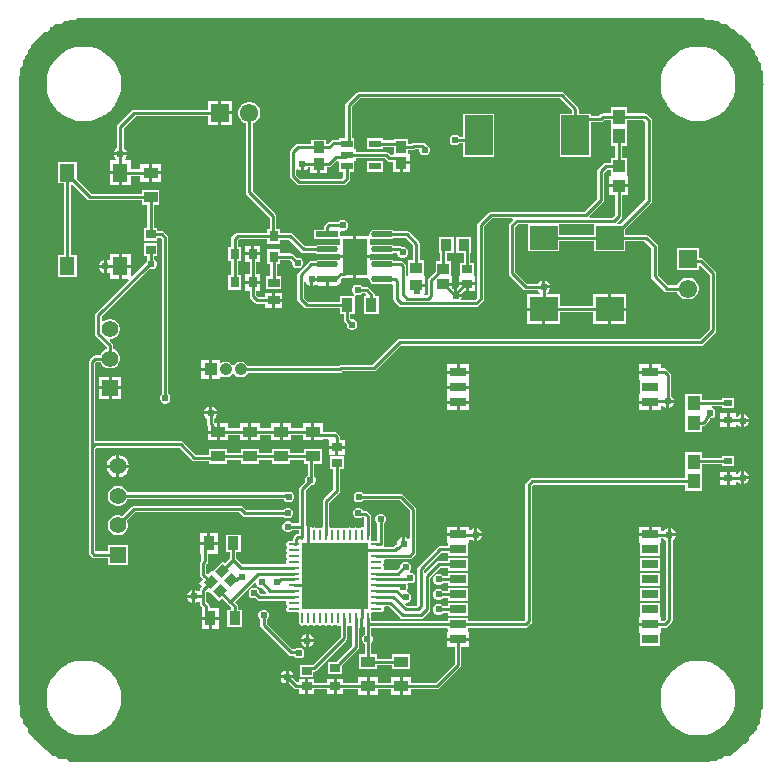
<source format=gtl>
%FSTAX23Y23*%
%MOIN*%
%SFA1B1*%

%IPPOS*%
%AMD22*
4,1,4,-0.001400,-0.023600,0.023600,0.001400,0.001400,0.023600,-0.023600,-0.001400,-0.001400,-0.023600,0.0*
%
%AMD29*
4,1,8,0.026200,0.010700,-0.026200,0.010700,-0.036900,0.000000,-0.036900,0.000000,-0.026200,-0.010700,0.026200,-0.010700,0.036900,0.000000,0.036900,0.000000,0.026200,0.010700,0.0*
1,1,0.021346,0.026200,0.000000*
1,1,0.021346,-0.026200,0.000000*
1,1,0.021346,-0.026200,0.000000*
1,1,0.021346,0.026200,0.000000*
%
%ADD13C,0.010000*%
%ADD16R,0.051181X0.061024*%
%ADD17R,0.043551X0.049405*%
%ADD18R,0.039370X0.023622*%
%ADD19O,0.039370X0.009843*%
%ADD20O,0.009843X0.039370*%
%ADD21R,0.220472X0.220472*%
G04~CAMADD=22~9~0.0~0.0~354.3~315.0~0.0~0.0~0~0.0~0.0~0.0~0.0~0~0.0~0.0~0.0~0.0~0~0.0~0.0~0.0~225.0~472.0~471.0*
%ADD22D22*%
%ADD23R,0.033465X0.029527*%
%ADD24R,0.047488X0.037646*%
%ADD25R,0.037646X0.047488*%
%ADD26R,0.035433X0.029527*%
%ADD27R,0.055118X0.031496*%
%ADD28R,0.073783X0.021342*%
G04~CAMADD=29~8~0.0~0.0~737.8~213.4~106.7~0.0~15~0.0~0.0~0.0~0.0~0~0.0~0.0~0.0~0.0~0~0.0~0.0~0.0~0.0~737.8~213.4*
%ADD29D29*%
%ADD30R,0.041815X0.044685*%
%ADD31R,0.039370X0.029527*%
%ADD32R,0.035433X0.041339*%
%ADD33R,0.031496X0.035433*%
%ADD34R,0.094488X0.133858*%
%ADD35R,0.031496X0.023622*%
%ADD36R,0.035909X0.041646*%
%ADD37R,0.039370X0.035433*%
%ADD38R,0.041339X0.037401*%
%ADD39R,0.091732X0.078346*%
%ADD40R,0.029527X0.035433*%
%ADD47R,0.079724X0.122047*%
%ADD53R,0.055118X0.055118*%
%ADD54C,0.055118*%
%ADD57R,0.061024X0.061024*%
%ADD58C,0.061024*%
%ADD59R,0.061024X0.061024*%
%ADD62C,0.041339*%
%ADD63R,0.041339X0.041339*%
%ADD64C,0.024016*%
%ADD65C,0.019685*%
%LNswimmingpool-1*%
%LPD*%
G36*
X0512Y03295D02*
X05145D01*
X0515Y0329*
X05165*
X05175Y0328*
X0519*
X05205Y03265*
X05215*
X05235Y03245*
X0524*
X0527Y03215*
Y03205*
X05285Y0319*
Y0318*
X05295Y0317*
Y0316*
X05305Y0315*
Y0313*
X0531Y03125*
Y03085*
X05315Y0308*
X0531Y03075*
Y01*
X05305Y00995*
Y0097*
X053Y00965*
Y0095*
X0529Y0094*
Y0093*
X0528Y0092*
Y00915*
X05275*
X05265Y00905*
Y00895*
X0525Y0088*
X05245*
X0522Y00855*
X05215*
X052Y0084*
X0518*
X0517Y0083*
X0516*
X05155Y00825*
X05135*
X0513Y0082*
X03*
X0299Y0083*
X02965*
X02955Y0084*
X02945*
X02925Y0086*
X0292*
X02885Y00895*
X0288*
Y009*
X0286Y0092*
Y00935*
X02845Y0095*
Y00965*
X02835Y00975*
Y0101*
X0283Y01015*
Y03105*
X02835Y0311*
Y03135*
X02845Y03145*
Y0316*
X0285Y03165*
Y03175*
X0286Y03185*
Y03195*
X0287Y03205*
Y0321*
X02915Y03255*
X02925*
X02935Y03265*
Y0327*
X0294*
X0295Y0328*
X0297*
X0298Y0329*
X02995*
X03Y03295*
X0302*
X03025Y033*
X05115*
X0512Y03295*
G37*
%LNswimmingpool-2*%
%LPC*%
G36*
X05102Y03206D02*
X05087D01*
X05086Y03206*
X05086Y03206*
X05071Y03204*
X0507Y03204*
X0507Y03204*
X05055Y032*
X05054Y032*
X05054*
X0504Y03194*
X05039Y03194*
X05039Y03194*
X05026Y03186*
X05025Y03185*
X05025Y03185*
X05013Y03176*
X05012Y03175*
X05012Y03175*
X05001Y03164*
X05001Y03164*
X05Y03164*
X04991Y03151*
X04991Y03151*
X0499Y03151*
X04983Y03137*
X04983Y03137*
X04982Y03137*
X04976Y03122*
Y03122*
X04976Y03121*
X04972Y03107*
X04972Y03106*
X04972Y03106*
X0497Y0309*
X0497Y0309*
X0497Y03089*
Y03074*
X0497Y03074*
X0497Y03073*
X04972Y03058*
X04972Y03057*
X04972Y03057*
X04976Y03042*
X04976Y03042*
Y03041*
X04982Y03027*
X04983Y03027*
X04983Y03026*
X0499Y03013*
X04991Y03012*
X04991Y03012*
X05Y03*
X05001Y03*
X05001Y02999*
X05012Y02988*
X05012Y02988*
X05013Y02988*
X05025Y02978*
X05025Y02978*
X05026Y02978*
X05039Y0297*
X05039Y0297*
X0504Y0297*
X05054Y02964*
X05054*
X05055Y02963*
X0507Y02959*
X0507Y02959*
X05071Y02959*
X05086Y02957*
X05086Y02957*
X05087Y02957*
X05102*
X05103Y02957*
X05103Y02957*
X05118Y02959*
X05119Y02959*
X05119Y02959*
X05134Y02963*
X05135Y02964*
X05135*
X05149Y0297*
X0515Y0297*
X0515Y0297*
X05163Y02978*
X05164Y02978*
X05164Y02978*
X05176Y02988*
X05177Y02988*
X05177Y02988*
X05188Y02999*
X05188Y03*
X05189Y03*
X05198Y03012*
X05198Y03012*
X05199Y03013*
X05206Y03026*
X05206Y03027*
X05207Y03027*
X05213Y03041*
Y03042*
X05213Y03042*
X05217Y03057*
X05217Y03057*
X05217Y03058*
X05219Y03073*
X05219Y03074*
X05219Y03074*
Y03089*
X05219Y0309*
X05219Y0309*
X05217Y03106*
X05217Y03106*
X05217Y03107*
X05213Y03121*
X05213Y03122*
Y03122*
X05207Y03137*
X05206Y03137*
X05206Y03137*
X05199Y03151*
X05198Y03151*
X05198Y03151*
X05189Y03164*
X05188Y03164*
X05188Y03164*
X05177Y03175*
X05177Y03175*
X05176Y03176*
X05164Y03185*
X05164Y03185*
X05163Y03186*
X0515Y03194*
X0515Y03194*
X05149Y03194*
X05135Y032*
X05135*
X05134Y032*
X05119Y03204*
X05119Y03204*
X05118Y03204*
X05103Y03206*
X05103Y03206*
X05102Y03206*
G37*
G36*
X03055D02*
X0304D01*
X03039Y03206*
X03039Y03206*
X03023Y03204*
X03023Y03204*
X03022Y03204*
X03008Y032*
X03007Y032*
X03007*
X02992Y03194*
X02992Y03194*
X02992Y03194*
X02978Y03186*
X02978Y03185*
X02978Y03185*
X02965Y03176*
X02965Y03175*
X02965Y03175*
X02954Y03164*
X02954Y03164*
X02953Y03164*
X02944Y03151*
X02944Y03151*
X02943Y03151*
X02935Y03137*
X02935Y03137*
X02935Y03137*
X02929Y03122*
Y03122*
X02929Y03121*
X02925Y03107*
X02925Y03106*
X02925Y03106*
X02923Y0309*
X02923Y0309*
X02923Y03089*
Y03074*
X02923Y03074*
X02923Y03073*
X02925Y03058*
X02925Y03057*
X02925Y03057*
X02929Y03042*
X02929Y03042*
Y03041*
X02935Y03027*
X02935Y03027*
X02935Y03026*
X02943Y03013*
X02944Y03012*
X02944Y03012*
X02953Y03*
X02954Y03*
X02954Y02999*
X02965Y02988*
X02965Y02988*
X02965Y02988*
X02978Y02978*
X02978Y02978*
X02978Y02978*
X02992Y0297*
X02992Y0297*
X02992Y0297*
X03007Y02964*
X03007*
X03008Y02963*
X03022Y02959*
X03023Y02959*
X03023Y02959*
X03039Y02957*
X03039Y02957*
X0304Y02957*
X03055*
X03055Y02957*
X03056Y02957*
X03071Y02959*
X03072Y02959*
X03072Y02959*
X03087Y02963*
X03087Y02964*
X03088*
X03102Y0297*
X03102Y0297*
X03103Y0297*
X03116Y02978*
X03117Y02978*
X03117Y02978*
X03129Y02988*
X03129Y02988*
X0313Y02988*
X03141Y02999*
X03141Y03*
X03141Y03*
X03151Y03012*
X03151Y03012*
X03151Y03013*
X03159Y03026*
X03159Y03027*
X03159Y03027*
X03165Y03041*
Y03042*
X03166Y03042*
X0317Y03057*
X0317Y03057*
X0317Y03058*
X03172Y03073*
X03172Y03074*
X03172Y03074*
Y03089*
X03172Y0309*
X03172Y0309*
X0317Y03106*
X0317Y03106*
X0317Y03107*
X03166Y03121*
X03165Y03122*
Y03122*
X03159Y03137*
X03159Y03137*
X03159Y03137*
X03151Y03151*
X03151Y03151*
X03151Y03151*
X03141Y03164*
X03141Y03164*
X03141Y03164*
X0313Y03175*
X03129Y03175*
X03129Y03176*
X03117Y03185*
X03117Y03185*
X03116Y03186*
X03103Y03194*
X03102Y03194*
X03102Y03194*
X03088Y032*
X03087*
X03087Y032*
X03072Y03204*
X03072Y03204*
X03071Y03204*
X03056Y03206*
X03055Y03206*
X03055Y03206*
G37*
G36*
X03541Y03026D02*
X03505D01*
Y0299*
X03541*
Y03026*
G37*
G36*
Y0298D02*
X03505D01*
Y02945*
X03541*
Y0298*
G37*
G36*
X03495Y03026D02*
X0346D01*
Y02996*
X03215*
X03211Y02996*
X03207Y02993*
X03161Y02947*
X03158Y02943*
X03158Y02939*
Y02867*
X03156Y02867*
X0315Y0286*
X03147Y02853*
X03191*
X03187Y0286*
X03181Y02867*
X0318Y02867*
Y02934*
X0322Y02974*
X0346*
Y02945*
X03495*
Y02985*
Y03026*
G37*
G36*
X04416Y02982D02*
X0431D01*
Y02906*
X04299*
X04295Y0291*
X04288Y02912*
X04281*
X04274Y0291*
X04269Y02905*
X04267Y02898*
Y02891*
X04269Y02884*
X04274Y02879*
X04281Y02877*
X04288*
X04295Y02879*
X04299Y02883*
X0431*
Y02837*
X04416*
Y02982*
G37*
G36*
X03303Y02813D02*
X03275D01*
Y0279*
X03303*
Y02813*
G37*
G36*
X04043Y02825D02*
X03992D01*
Y02789*
X04043*
Y02825*
G37*
G36*
X04133Y02813D02*
X0411D01*
Y02787*
X04133*
Y02813*
G37*
G36*
X03303Y0278D02*
X03275D01*
Y02756*
X03303*
Y0278*
G37*
G36*
X03191Y02843D02*
X03147D01*
X0315Y02836*
X03154Y02832*
X03152Y02827*
X03133*
Y02791*
X03169*
Y02786*
X03174*
Y02745*
X03205*
Y02775*
X03236*
Y02756*
X03265*
Y02785*
Y02813*
X03236*
Y02797*
X03205*
Y02827*
X03186*
X03183Y02832*
X03187Y02836*
X03191Y02843*
G37*
G36*
X03164Y02781D02*
X03133D01*
Y02745*
X03164*
Y02781*
G37*
G36*
X03636Y02542D02*
X03616D01*
Y0252*
X03636*
Y02542*
G37*
G36*
X03606D02*
X03586D01*
Y0252*
X03606*
Y02542*
G37*
G36*
X03604Y03022D02*
X03594D01*
X03585Y03019*
X03576Y03014*
X0357Y03008*
X03565Y02999*
X03562Y0299*
Y0298*
X03565Y02971*
X0357Y02963*
X03576Y02956*
X03585Y02951*
X03588Y0295*
Y0272*
X03588Y02716*
X03591Y02712*
X03667Y02636*
Y02597*
X03658*
Y02586*
X0356*
X03555Y02585*
X03552Y02582*
X03542Y02573*
X03539Y02569*
X03539Y02565*
Y02538*
X03529*
Y02491*
X03539*
Y02443*
X03529*
Y02396*
X03571*
Y02443*
X03561*
Y02491*
X03571*
Y02538*
X03561*
Y0256*
X03564Y02563*
X03658*
Y02549*
X03701*
Y02562*
X03731*
X03772Y02522*
X03775Y02519*
X0378Y02518*
X0382*
X03821Y02517*
X03826Y02514*
X03833Y02513*
X03885*
X03892Y02514*
X03895Y02516*
X039Y02514*
Y0251*
X03945*
Y02576*
X03902*
Y02589*
X03906Y02592*
X03913*
X0392Y02594*
X03925Y02599*
X03927Y02606*
Y02613*
X03925Y0262*
X0392Y02625*
X03913Y02627*
X03906*
X03899Y02625*
X03895Y02621*
X03865*
X03861Y0262*
X03857Y02617*
X03851Y02612*
X03849Y02608*
X03848Y02604*
Y02596*
X03816*
Y02563*
X039*
Y02545*
X03895Y02543*
X03892Y02545*
X03885Y02546*
X03833*
X03826Y02545*
X03821Y02542*
X0382Y02541*
X03784*
X03744Y02581*
X0374Y02583*
X03736Y02584*
X03701*
Y02597*
X03689*
Y02641*
X03688Y02645*
X03686Y02649*
X0361Y02725*
Y0295*
X03613Y02951*
X03621Y02956*
X03628Y02963*
X03633Y02971*
X03635Y0298*
Y0299*
X03633Y02999*
X03628Y03008*
X03621Y03014*
X03613Y03019*
X03604Y03022*
G37*
G36*
X03164Y02514D02*
X03133D01*
Y02496*
X03128Y02493*
X03123Y02495*
Y02473*
Y02452*
X03128Y02454*
X03133Y02451*
Y02432*
X03164*
Y02473*
Y02514*
G37*
G36*
X03945Y025D02*
X039D01*
Y02495*
X03895Y02493*
X03892Y02495*
X03885Y02496*
X03833*
X03826Y02495*
X03821Y02492*
X0382Y02491*
X03805*
X038Y0249*
X03797Y02487*
X03762Y02452*
X03759Y02449*
X03758Y02445*
Y02365*
X03759Y0236*
X03762Y02357*
X03782Y02337*
X03785Y02334*
X0379Y02333*
X039*
Y02315*
X03913*
Y02295*
X03914Y0229*
X03917Y02287*
X03923Y0228*
Y02275*
X03926Y02269*
X03931Y02264*
X03938Y02261*
X03945*
X03951Y02264*
X03957Y02269*
X03959Y02275*
Y02282*
X03957Y02289*
X03951Y02294*
X03945Y02297*
X03938*
X03936Y02299*
Y02315*
X0395*
Y0237*
Y02374*
X03953Y02378*
X03956Y02377*
X03963*
X0397Y02379*
X03974Y02383*
X03985*
X03989Y02379*
X03987Y02374*
X03981*
Y02315*
X0403*
Y02374*
X04017*
Y02378*
X04016Y02383*
X04014Y02386*
X03997Y02402*
X03994Y02405*
X0399Y02406*
X03974*
X0397Y0241*
X03963Y02412*
X03956*
X03949Y0241*
X03944Y02405*
X03942Y02398*
Y02391*
X03944Y02384*
X03949Y0238*
X03949Y02379*
X03949Y02379*
X03948Y02374*
X03945*
X03945*
X039*
Y02356*
X03794*
X03781Y02369*
Y02423*
X03786Y02424*
X03788Y02418*
X03794Y02412*
X03802Y02409*
Y02431*
X03812*
Y02409*
X03819Y02412*
X0382Y02413*
X03825Y0241*
X03833Y02408*
X03854*
Y0243*
X03864*
Y02408*
X03885*
X03893Y0241*
X039Y02415*
X03905Y02421*
X03906Y0243*
X03906Y0243*
X0391Y02433*
X03945*
Y025*
G37*
G36*
X03113Y02495D02*
X03106Y02492D01*
X031Y02486*
X03097Y02478*
X03113*
Y02495*
G37*
G36*
X03205Y02514D02*
X03174D01*
Y02478*
X03205*
Y02514*
G37*
G36*
X03701Y0253D02*
X03658D01*
Y02482*
X03668*
Y0244*
X03654*
Y02398*
X03705*
Y0244*
X03691*
Y02482*
X03701*
Y02495*
X03733*
X03742Y02487*
Y02481*
X03744Y02474*
X03749Y02469*
X03756Y02467*
X03763*
X0377Y02469*
X03775Y02474*
X03777Y02481*
Y02488*
X03775Y02495*
X0377Y025*
X03763Y02502*
X03757*
X03746Y02514*
X03742Y02516*
X03738Y02517*
X03701*
Y0253*
G37*
G36*
X03113Y02468D02*
X03097D01*
X031Y02461*
X03106Y02455*
X03113Y02452*
Y02468*
G37*
G36*
X03292Y0255D02*
X03247D01*
Y02508*
X03258*
Y02493*
X03257Y02491*
X03254Y02485*
Y02484*
X03252Y02483*
X03209Y0244*
X03205Y02442*
Y02468*
X03174*
Y02432*
X03195*
X03197Y02428*
X03088Y02319*
X03086Y02315*
X03085Y02311*
Y02249*
X03086Y02244*
X03088Y02241*
X03123Y02205*
Y02198*
X03122Y02197*
X03114Y02193*
X03108Y02187*
X03103Y02179*
X03103Y02177*
X03086*
X03082Y02176*
X03078Y02174*
X03067Y02162*
X03064Y02159*
X03063Y02155*
Y0187*
Y0152*
X03064Y01515*
X03067Y01512*
X03074Y01504*
X03078Y01502*
X03082Y01501*
X03127*
Y01478*
X03194*
Y01545*
X03127*
Y01523*
X03087*
X03086Y01524*
Y01865*
X03089Y01868*
X03365*
X03407Y01827*
X0341Y01824*
X03415Y01823*
X03466*
Y01816*
X03525*
Y01829*
X03571*
Y01816*
X0363*
Y01829*
X03676*
Y01816*
X03735*
Y01829*
X03781*
Y01816*
X03793*
Y01777*
X03792Y01776*
X03787Y01771*
X03784Y01765*
Y01757*
X03785Y01755*
X03768Y01739*
X03766Y01736*
X03765Y01731*
Y01617*
X03741*
X03737Y01621*
X0373Y01624*
X03723*
X03717Y01621*
X03712Y01616*
X03709Y0161*
Y01602*
X03712Y01596*
X03717Y01591*
X03723Y01588*
X0373*
X03737Y01591*
X03741Y01595*
X03765*
Y01581*
X0376*
X03756Y0158*
X03752Y01577*
X03747Y01572*
X03744Y01568*
X03743Y01564*
Y01559*
X03732*
X03728Y01558*
X03724Y01556*
X03722Y01552*
X03721Y01548*
X03722Y01544*
X03723Y01541*
X03724Y01538*
X03723Y01535*
X03722Y01532*
X03721Y01528*
X03722Y01524*
X03723Y01522*
X03724Y01518*
X03723Y01515*
X03722Y01513*
X03721Y01508*
X03722Y01504*
X03723Y01502*
X03724Y01499*
X03723Y01495*
X03722Y01493*
X03721Y01489*
X03722Y01485*
X0372Y01483*
X03718Y0148*
X03576*
X03556Y015*
Y0152*
X0357*
Y01579*
X0352*
Y0152*
X03534*
Y015*
X03518Y01484*
X0351Y01491*
X03477Y01458*
X03472Y01458*
X03471Y01458*
X03459Y01446*
X03456Y0145*
Y0148*
X03458Y01482*
X03461Y01486*
X03462Y0149*
Y01516*
X03493*
Y01545*
X03464*
X03435*
Y01516*
X03439*
Y01495*
X03437Y01492*
X03434Y01489*
X03433Y01485*
Y01446*
X03434Y01441*
X03437Y01438*
X03444Y01431*
X03432Y01419*
X03442Y01409*
X03437Y01403*
X03434Y01399*
X03433Y01395*
Y01392*
X03428Y0139*
X03426Y01392*
X03418Y01395*
Y01373*
Y01352*
X03426Y01355*
X03428Y01357*
X03433Y01355*
Y0135*
X03434Y01345*
X03437Y01342*
X0344Y01338*
X0344Y01333*
Y01305*
X03498*
Y01333*
X03467*
Y01339*
X03466Y01343*
X03463Y01347*
X03456Y01354*
Y01388*
X03461Y0139*
X03468Y01383*
X03471Y01385*
X03499Y01358*
X03508Y01366*
X03527Y01347*
X03539Y01336*
Y01329*
X03525*
Y0127*
X03575*
Y01329*
X03561*
Y0134*
X0356Y01344*
X03558Y01348*
X03551Y01355*
X03617Y01421*
X03622Y01419*
Y01416*
X03624Y01409*
X03629Y01404*
X03636Y01402*
X03642*
X03656Y01387*
X03654Y01382*
X03637*
X03632Y01386*
Y01388*
X0363Y01395*
X03625Y014*
X03618Y01402*
X03611*
X03604Y014*
X03599Y01395*
X03597Y01388*
Y01381*
X03599Y01374*
X03604Y01369*
X03611Y01367*
X03618*
X0362Y01367*
X03624Y01363*
X03628Y0136*
X03632Y01359*
X03718*
X0372Y01357*
X03722Y01354*
X03721Y01351*
X03722Y01347*
X03723Y01344*
X03724Y01341*
X03723Y01338*
X03722Y01335*
X03721Y01331*
X03722Y01327*
X03724Y01323*
X03728Y01321*
X03732Y0132*
X03761*
X03763Y01319*
X03764Y01318*
X03765Y01316*
Y01287*
X03766Y01283*
X03768Y01279*
X03772Y01277*
X03776Y01276*
X0378Y01277*
X03784Y01279*
X03788*
X03792Y01277*
X03796Y01276*
X038Y01277*
X03804Y01279*
X03808*
X03811Y01277*
X03816Y01276*
X0382Y01277*
X03823Y01279*
X03827*
X03831Y01277*
X03835Y01276*
X0384Y01277*
X03843Y01279*
X03847*
X03851Y01277*
X03855Y01276*
X03859Y01277*
X03863Y01279*
X03867*
X0387Y01277*
X03875Y01276*
X03879Y01277*
X03883Y01279*
X03886*
X0389Y01277*
X03894Y01276*
X03898Y01277*
X039Y01275*
X03903Y01273*
Y01239*
X0381Y01146*
X03767*
Y01104*
X03812*
Y01122*
X03814*
X03818Y01123*
X03822Y01126*
X03922Y01226*
X03924Y0123*
X03925Y01234*
Y01273*
X03928Y01275*
X0393Y01277*
X03934Y01276*
X03937Y01277*
X0394Y01275*
X03942Y01273*
Y01209*
X03889Y01156*
X03861*
Y01114*
X03908*
Y01143*
X03961Y01196*
X03964Y012*
X03965Y01204*
Y01269*
X03968Y01271*
Y01302*
X03978*
Y01273*
X03978Y01273*
X0398Y01272*
X03983Y01271*
Y01247*
X03982Y01246*
X03977Y01241*
X03974Y01235*
Y01227*
X03977Y01221*
X03982Y01216*
X03983Y01215*
Y0118*
X03965*
Y0113*
X04024*
Y01144*
X04075*
Y0113*
X04134*
Y0118*
X04075*
Y01166*
X04024*
Y0118*
X04006*
Y01219*
X04007Y01221*
X0401Y01227*
Y01235*
X04007Y01241*
X04006Y01242*
Y01269*
X04257*
X04261Y01266*
Y01259*
X04257Y01256*
X04257*
Y01235*
X04332*
Y01256*
X04332*
X04328Y01259*
Y01261*
Y01269*
X0452*
X04525Y0127*
X04528Y01273*
X04537Y01282*
X0454Y01285*
X04541Y0129*
Y0174*
X04547Y01746*
X05052*
Y01726*
X05107*
Y01786*
Y01788*
Y01791*
Y01793*
Y01813*
X05173*
Y01807*
X05216*
Y01842*
X05173*
Y01836*
X05107*
Y01853*
X05052*
Y01793*
Y01791*
Y01788*
Y01786*
Y01768*
X04542*
X04538Y01767*
X04534Y01765*
X04522Y01752*
X04519Y01749*
X04518Y01745*
Y01294*
X04516Y01292*
X04328*
Y01302*
X04261*
Y01292*
X04004*
X04004Y01292*
Y01302*
X04004Y01302*
Y01316*
X04005Y01318*
X04006Y01319*
X04008Y0132*
X04037*
X04041Y01321*
X04045Y01323*
X04047Y01327*
X04048Y01331*
X04047Y01335*
X04049Y01337*
X04051Y0134*
X04063*
X04102Y01302*
X04105Y01299*
X0411Y01298*
X0417*
X04174Y01299*
X04177Y01302*
X04197Y01322*
X042Y01325*
X04201Y0133*
Y01435*
X04235Y01469*
X04261*
Y01459*
X04328*
Y01502*
X04261*
Y01492*
X0423*
X04226Y01491*
X04223Y01488*
X04186Y01452*
X04181Y01454*
Y0146*
X0424Y01519*
X04261*
Y01509*
X04328*
Y01551*
X04332Y01554*
Y01555*
Y01562*
X04337Y01564*
X04341Y0156*
X04348Y01557*
Y01578*
Y016*
X04341Y01597*
X04337Y01593*
X04332Y01595*
Y01605*
X043*
Y0158*
X04295*
Y01575*
X04257*
Y01555*
Y01554*
X04261Y01551*
Y01549*
Y01542*
X04235*
X04231Y01541*
X04228Y01538*
X04162Y01472*
X04159Y01469*
X04158Y01465*
Y01344*
X04155Y01341*
X04124*
X04118Y01347*
X0412Y01352*
X04123*
X0413Y01354*
X04135Y01359*
X04137Y01366*
Y01373*
X04135Y0138*
X0413Y01385*
X04124Y01387*
X04123Y01391*
X04123Y01392*
X04125Y01394*
X04127Y01401*
Y01408*
X04125Y01413*
X04128Y01417*
X04129Y01417*
X04131Y01417*
X04138*
X04145Y01419*
X0415Y01424*
X04152Y01431*
Y01438*
X0415Y01445*
X04145Y0145*
X04138Y01452*
X04135*
X04133Y01457*
X04135Y01459*
X04137Y01466*
Y01473*
X04135Y0148*
X0413Y01485*
X04123Y01487*
X04116*
X04109Y01485*
X04104Y0148*
X04102Y01473*
Y01472*
X0409Y01461*
X04051*
X04049Y01463*
X04047Y01466*
X04048Y01469*
X04047Y01473*
X04046Y01475*
X04045Y01479*
X04046Y01482*
X04047Y01484*
X04048Y01489*
X04047Y01492*
X04049Y01495*
X04051Y01497*
X04133*
X04138Y01498*
X04141Y015*
X04152Y01512*
X04155Y01515*
X04156Y0152*
Y01665*
X04155Y01669*
X04152Y01672*
X04112Y01712*
X04109Y01715*
X04105Y01716*
X03979*
X03975Y0172*
X03968Y01722*
X03961*
X03954Y0172*
X03949Y01715*
X03947Y01708*
Y01701*
X03949Y01694*
X03954Y01689*
X03961Y01687*
X03968*
X03975Y01689*
X03979Y01693*
X041*
X04133Y0166*
Y01567*
X04128Y01565*
X04126Y01567*
X04118Y0157*
Y01548*
X04108*
Y0157*
X04101Y01567*
X04095Y01561*
X04091Y01553*
Y01546*
X04091Y01546*
X0409*
X04085Y01545*
X04082Y01542*
X04078Y01539*
X04051*
X04049Y01542*
X04047Y01544*
X04048Y01548*
X04048Y01549*
Y01617*
X04052Y01621*
X04055Y01627*
Y01635*
X04052Y01641*
X04047Y01646*
X0404Y01649*
X04033*
X04027Y01646*
X04022Y01641*
X04019Y01635*
Y01627*
X04022Y01621*
X04026Y01617*
Y01559*
X04022*
X04022Y01559*
X04008*
X04006Y0156*
X04005Y01561*
X04004Y01563*
Y01577*
X04004Y01577*
Y01641*
X04003Y01646*
X04001Y01649*
X03994Y01656*
X0399Y01659*
X03986Y01659*
X03978*
X03977Y01661*
X03972Y01666*
X03965Y01669*
X03958*
X03952Y01666*
X03947Y01661*
X03944Y01655*
Y01647*
X03947Y01641*
X03952Y01636*
X03958Y01633*
X03965*
X03972Y01636*
X03973Y01637*
X03981*
X03982Y01637*
Y01606*
X03979Y01604*
X03977Y01602*
X03973Y01603*
X03969Y01602*
X03965Y016*
X03961*
X03958Y01602*
X03953Y01603*
X03949Y01602*
X03946Y016*
X03942*
X03938Y01602*
X03934Y01603*
X03929Y01602*
X03926Y016*
X03922*
X03918Y01602*
X03914Y01603*
X0391Y01602*
X03906Y016*
X03902*
X03899Y01602*
X03894Y01603*
X0389Y01602*
X03886Y016*
X03883*
X03879Y01602*
X03875Y01603*
X03871Y01602*
X03869Y01604*
X03866Y01606*
Y0164*
X03866Y01643*
Y01685*
X03898Y01717*
X03901Y01721*
X03902Y01725*
Y01798*
X03913*
Y0184*
X03868*
Y01798*
X03879*
Y0173*
X03847Y01697*
X03844Y01694*
X03843Y0169*
Y01641*
X03844Y01639*
Y01606*
X03841Y01604*
X03839Y01602*
X03835Y01603*
X03831Y01602*
X03827Y016*
X03823*
X0382Y01602*
X03816Y01603*
X03811Y01602*
X03808Y016*
X03807Y01603*
X03802Y01606*
X03801Y01606*
Y01577*
X03791*
Y01608*
X03788Y0161*
X03787Y0161*
Y01727*
X03804Y01743*
X03805*
X03812Y01746*
X03817Y01751*
X0382Y01757*
Y01765*
X03817Y01771*
X03816Y01772*
Y01816*
X0384*
Y01865*
X03781*
Y01852*
X03735*
Y01865*
X03676*
Y01852*
X0363*
Y01865*
X03571*
Y01852*
X03525*
Y01865*
X03466*
Y01846*
X03419*
X03377Y01887*
X03374Y0189*
X0337Y01891*
X03086*
Y0215*
X03091Y02155*
X03103*
X03103Y02153*
X03108Y02145*
X03114Y02139*
X03122Y02135*
X0313Y02133*
X03139*
X03147Y02135*
X03155Y02139*
X03161Y02145*
X03166Y02153*
X03168Y02162*
Y0217*
X03166Y02179*
X03161Y02187*
X03155Y02193*
X03147Y02197*
X03146Y02198*
Y0221*
X03145Y02214*
X03142Y02218*
X03134Y02226*
X03136Y02231*
X03139*
X03147Y02233*
X03155Y02238*
X03161Y02244*
X03166Y02252*
X03168Y0226*
Y02269*
X03166Y02277*
X03161Y02285*
X03155Y02291*
X03147Y02296*
X03139Y02298*
X0313*
X03122Y02296*
X03114Y02291*
X03112Y0229*
X03107Y02292*
Y02306*
X03265Y02464*
X03265Y02464*
X03268Y02463*
X03275*
X03282Y02466*
X03287Y02471*
X0329Y02477*
Y02485*
X03287Y02491*
X03282Y02496*
X03281Y02497*
Y02508*
X03292*
Y0255*
G37*
G36*
X03636Y0251D02*
X03586D01*
Y02487*
X036*
Y02447*
X03586*
Y02425*
X03636*
Y02447*
X03622*
Y02487*
X03636*
Y0251*
G37*
G36*
X04337Y02571D02*
X04289D01*
Y02518*
X04313*
Y02484*
X04301*
Y02443*
X04297Y02441*
Y0244*
Y02421*
X04325*
X04352*
Y0244*
Y02441*
X04348Y02443*
Y02446*
Y02484*
X04336*
Y02518*
X04337*
Y02571*
G37*
G36*
X04585Y02426D02*
Y0241D01*
X04601*
X04598Y02417*
X04592Y02423*
X04585Y02426*
G37*
G36*
X04352Y02411D02*
X0433D01*
Y02391*
X04352*
Y02411*
G37*
G36*
X0432D02*
X04297D01*
Y02407*
X04292Y02402*
Y02381*
X04309*
X04307Y02385*
X04313Y02391*
X0432*
Y02411*
G37*
G36*
X03709Y02385D02*
X03685D01*
Y02365*
X03709*
Y02385*
G37*
G36*
X0464Y03056D02*
X03965D01*
X0396Y03055*
X03957Y03052*
X03922Y03017*
X03919Y03014*
X03918Y0301*
Y029*
X03897*
Y02896*
X0388*
X03875Y02895*
X03872Y02892*
X0386Y02881*
X03854*
Y02896*
X03806*
Y02881*
X0376*
X03755Y0288*
X03752Y02877*
X03737Y02862*
X03734Y02859*
X03733Y02855*
Y02775*
X03734Y0277*
X03737Y02767*
X03757Y02747*
X0376Y02744*
X03765Y02743*
X03912*
X03917Y02744*
X0392Y02747*
X03931Y02757*
X03933Y02761*
X03934Y02765*
Y02789*
X03949*
Y02823*
X03953*
Y02833*
X0405*
X04057Y02826*
X04061Y02823*
X04065Y02822*
X04077*
Y02787*
X041*
Y02818*
X04105*
Y02823*
X04133*
Y02849*
X04129*
Y0286*
X04145*
X04149Y02861*
X04153Y02863*
X04154Y02864*
X04165*
Y02858*
X04168Y02851*
X04173Y02846*
X04179Y02843*
X04187*
X04193Y02846*
X04198Y02851*
X04201Y02858*
Y02865*
X04198Y02871*
X04193Y02876*
X04188Y02879*
X04184Y02883*
X0418Y02885*
X04176Y02886*
X04149*
X04145Y02885*
X04141Y02883*
X0414Y02882*
X04129*
Y02898*
X04081*
Y02893*
X04043*
Y029*
X03992*
Y02864*
X04043*
Y02871*
X04081*
Y02849*
X04077*
Y02845*
X0407*
X04062Y02852*
X04059Y02855*
X04055Y02856*
X03953*
Y02866*
X03949*
Y029*
X03941*
Y03005*
X03969Y03033*
X04635*
X04675Y02993*
Y02982*
X04633*
Y02837*
X04739*
Y02953*
X0477*
X04774Y02954*
X04777Y02957*
X04782Y02961*
X04803*
Y02943*
Y02941*
Y02938*
Y02936*
Y02876*
X04819*
Y02835*
X04803*
Y02818*
X04787*
X04782Y02817*
X04779Y02815*
X04762Y02797*
X04759Y02794*
X04758Y0279*
Y02699*
X04715Y02656*
X04405*
X044Y02655*
X04397Y02652*
X04362Y02617*
X04359Y02614*
X04358Y0261*
Y02369*
X0435Y02361*
X04309*
X04306Y02366*
X04309Y02371*
X04287*
Y02376*
X04282*
Y02398*
X04279Y02397*
X04275Y02401*
Y02408*
X04245*
Y02418*
X04275*
Y02441*
X04271Y02442*
Y0249*
X04257*
Y02518*
X0428*
Y02571*
X04232*
Y02518*
X04234*
Y0249*
X0422*
Y02458*
X04197Y02435*
X04194Y02432*
X04193Y02427*
Y02379*
X04191Y02377*
X04185*
X04182Y02382*
X04182Y02382*
X04186*
Y02406*
X04155*
Y02416*
X04186*
Y0244*
X04185*
X04182Y02443*
Y02493*
X04167*
Y02549*
X04166Y02553*
X04163Y02557*
X04132Y02587*
X04129Y0259*
X04125Y02591*
X0408*
X0408Y02592*
X04074Y02595*
X04068Y02596*
X04015*
X04009Y02595*
X04003Y02592*
X04Y02586*
X03998Y0258*
X03998Y02579*
X03995Y02576*
X03955*
Y0251*
X04*
Y02514*
X04005Y02516*
X04009Y02514*
X04015Y02513*
X04068*
X04074Y02514*
X0408Y02517*
X0408Y02518*
X04092*
Y02516*
X04094Y02509*
X04099Y02504*
X04106Y02502*
X04113*
X0412Y02504*
X04125Y02509*
X04127Y02516*
Y02523*
X04125Y0253*
X0412Y02535*
X04113Y02537*
X04107*
X04104Y0254*
X041Y02541*
X0408*
X0408Y02542*
X04074Y02545*
X04068Y02546*
X04015*
X04009Y02545*
X04005Y02543*
X04Y02545*
Y02564*
X04005Y02566*
X04009Y02564*
X04015Y02563*
X04068*
X04074Y02564*
X0408Y02567*
X0408Y02568*
X0412*
X04144Y02544*
Y02493*
X04129*
Y02443*
X04126Y0244*
X04125*
X04121Y02442*
Y02474*
X0412Y02478*
X04117Y02482*
X04112Y02487*
X04108Y0249*
X04104Y02491*
X0408*
X0408Y02492*
X04074Y02495*
X04068Y02496*
X04015*
X04009Y02495*
X04005Y02493*
X04Y02495*
Y025*
X03955*
Y02433*
X03995*
X03998Y0243*
X03998Y0243*
X04Y02423*
X04003Y02417*
X04009Y02414*
X04015Y02413*
X04068*
X04074Y02414*
X04075Y02414*
X04079Y02412*
Y02364*
X0408Y02359*
X04082Y02356*
X04097Y02342*
X041Y02339*
X04105Y02338*
X04355*
X04359Y02339*
X04362Y02342*
X04377Y02357*
X0438Y0236*
X04381Y02365*
Y02605*
X04409Y02633*
X04475*
X04477Y02628*
X04467Y02617*
X04464Y02614*
X04463Y0261*
Y0245*
X04464Y02445*
X04467Y02442*
X04512Y02397*
X04515Y02394*
X0452Y02393*
X0456*
X04561Y02392*
X04567Y02386*
X04568Y02385*
Y0238*
X04524*
Y02336*
X0458*
Y02331*
X04585*
Y02282*
X04636*
Y0232*
X04744*
Y02282*
X04795*
Y02331*
Y0238*
X04744*
Y02342*
X04636*
Y0238*
X04591*
Y02385*
X04592Y02386*
X04598Y02392*
X04601Y024*
X0458*
Y02405*
X04575*
Y02426*
X04567Y02423*
X04561Y02417*
X0456Y02416*
X04524*
X04486Y02454*
Y02605*
X04494Y02613*
X04524*
X04528Y02613*
Y02608*
Y02523*
X04632*
Y02557*
X04748*
Y02523*
X04852*
Y02557*
X04916*
X04938Y02535*
Y0244*
X04939Y02435*
X04942Y02432*
X04982Y02392*
X04985Y02389*
X0499Y02388*
X05025*
X05026Y02385*
X05031Y02377*
X05038Y0237*
X05046Y02365*
X05055Y02363*
X05065*
X05074Y02365*
X05083Y0237*
X05089Y02377*
X05094Y02385*
X05097Y02395*
Y02404*
X05094Y02414*
X05089Y02422*
X05083Y02429*
X05074Y02433*
X05065Y02436*
X05055*
X05046Y02433*
X05038Y02429*
X05031Y02422*
X05026Y02414*
X05025Y02411*
X04994*
X04961Y02444*
Y0254*
X0496Y02544*
X04957Y02547*
X04929Y02576*
X04925Y02578*
X04921Y02579*
X04852*
Y02597*
X04937Y02683*
X0494Y02686*
X04941Y0269*
Y0296*
X0494Y02964*
X04937Y02967*
X04925Y0298*
X04921Y02982*
X04917Y02983*
X04858*
Y03003*
X04803*
Y02983*
X04777*
X04773Y02982*
X04769Y0298*
X04765Y02976*
X04739*
Y02982*
X04697*
Y02998*
X04696Y03002*
X04694Y03006*
X04647Y03052*
X04644Y03055*
X0464Y03056*
G37*
G36*
X04856Y0238D02*
X04805D01*
Y02336*
X04856*
Y0238*
G37*
G36*
X03709Y02355D02*
X03685D01*
Y02335*
X03709*
Y02355*
G37*
G36*
X03636Y02415D02*
X03586D01*
Y02392*
X036*
Y02373*
X036Y02369*
X03603Y02365*
X03616Y02352*
X0362Y0235*
X03624Y02349*
X0365*
Y02335*
X03675*
Y0236*
Y02385*
X0365*
Y02371*
X03629*
X03622Y02378*
Y02392*
X03636*
Y02415*
G37*
G36*
X04856Y02326D02*
X04805D01*
Y02282*
X04856*
Y02326*
G37*
G36*
X04575D02*
X04524D01*
Y02282*
X04575*
Y02326*
G37*
G36*
X05097Y02534D02*
X05024D01*
Y02461*
X05097*
Y02474*
X05102Y02476*
X05133Y02445*
Y02264*
X051Y02231*
X041*
X04095Y0223*
X04092Y02227*
X0401Y02146*
X03905*
X039Y02145*
X03897Y02142*
X03895Y02141*
X03594*
X03591Y02146*
X03586Y02151*
X0358Y02154*
X03573Y02156*
X03566*
X03559Y02154*
X03553Y02151*
X03548Y02146*
X03547Y02145*
X03542*
X03541Y02146*
X03536Y02151*
X0353Y02154*
X03523Y02156*
X03516*
X03509Y02154*
X03505Y02152*
X035Y02155*
Y0216*
X03475*
Y0213*
Y02099*
X035*
Y02104*
X03505Y02107*
X03509Y02105*
X03516Y02103*
X03523*
X0353Y02105*
X03536Y02108*
X03541Y02113*
X03542Y02114*
X03547*
X03548Y02113*
X03553Y02108*
X03559Y02105*
X03566Y02103*
X03573*
X0358Y02105*
X03586Y02108*
X03591Y02113*
X03594Y02118*
X039*
X03904Y02119*
X03907Y02122*
X03909Y02123*
X04015*
X04019Y02124*
X04022Y02127*
X04104Y02208*
X05105*
X05109Y02209*
X05112Y02212*
X05152Y02252*
X05155Y02255*
X05156Y0226*
Y0245*
X05155Y02454*
X05152Y02457*
X05112Y02497*
X05109Y025*
X05105Y02501*
X05097*
Y02534*
G37*
G36*
X03465Y0216D02*
X03439D01*
Y02135*
X03465*
Y0216*
G37*
G36*
X04332Y02147D02*
X043D01*
Y02126*
X04332*
Y02147*
G37*
G36*
X0429D02*
X04257D01*
Y02126*
X0429*
Y02147*
G37*
G36*
X0493D02*
X04897D01*
Y02126*
X0493*
Y02147*
G37*
G36*
X03465Y02125D02*
X03439D01*
Y02099*
X03465*
Y02125*
G37*
G36*
X04332Y02116D02*
X04257D01*
Y02096*
Y02076*
X04332*
Y02096*
Y02116*
G37*
G36*
X03172Y02105D02*
X0314D01*
Y02073*
X03172*
Y02105*
G37*
G36*
X0313D02*
X03097D01*
Y02073*
X0313*
Y02105*
G37*
G36*
X03172Y02063D02*
X0314D01*
Y0203*
X03172*
Y02063*
G37*
G36*
X0313D02*
X03097D01*
Y0203*
X0313*
Y02063*
G37*
G36*
X04332Y02066D02*
X04257D01*
Y02046*
Y02026*
X04332*
Y02046*
Y02066*
G37*
G36*
X03023Y02822D02*
X0296D01*
Y0275*
X02981*
Y0251*
X0296*
Y02437*
X03023*
Y0251*
X03003*
Y02748*
X03008Y02749*
X03061Y02696*
X03065Y02693*
X03069Y02693*
X0324*
Y02679*
X03258*
Y02601*
X03247*
Y02559*
X03292*
Y02569*
X03302*
X03307Y02564*
Y02048*
X03303Y02044*
X033Y02038*
Y02031*
X03303Y02024*
X03308Y02019*
X03315Y02016*
X03322*
X03328Y02019*
X03333Y02024*
X03336Y02031*
Y02038*
X03333Y02044*
X03329Y02048*
Y02569*
X03329Y02573*
X03326Y02577*
X03315Y02588*
X03311Y0259*
X03307Y02591*
X03292*
Y02601*
X03281*
Y02679*
X03299*
Y02729*
X0324*
Y02715*
X03074*
X03023Y02765*
Y02822*
G37*
G36*
X05015Y02018D02*
X04998D01*
Y02002*
X05006Y02005*
X05012Y02011*
X05015Y02018*
G37*
G36*
X04972Y02147D02*
X0494D01*
Y02121*
X04935*
Y02116*
X04897*
Y02096*
X04897*
X04901Y02093*
Y02091*
Y02052*
Y0205*
X04897Y02047*
X04897*
Y02026*
X04935*
Y02021*
X0494*
Y01996*
X04972*
Y02007*
X04977Y02009*
X04981Y02005*
X04988Y02002*
Y02023*
X04993*
Y02028*
X05015*
X05012Y02036*
X05006Y02042*
X05005Y02043*
Y02111*
X05004Y02115*
X05001Y02119*
X04991Y02129*
X04987Y02132*
X04983Y02133*
X04972*
Y02147*
G37*
G36*
X05107Y02048D02*
X05052D01*
Y01988*
Y01986*
Y01983*
Y01981*
Y01921*
X05107*
Y01941*
X05112*
X05116Y01942*
X0512Y01944*
X05129Y01954*
X05132Y01957*
X05133Y01962*
Y01963*
X05136Y01967*
X05138*
X05145Y01969*
X0515Y01974*
X05152Y01981*
Y01988*
X0515Y01995*
X05145Y02*
X0514Y02002*
X05141Y02007*
X05173*
Y02*
X05216*
Y02036*
X05173*
Y02029*
X05107*
Y02048*
G37*
G36*
X04332Y02016D02*
X043D01*
Y01996*
X04332*
Y02016*
G37*
G36*
X0429D02*
X04257D01*
Y01996*
X0429*
Y02016*
G37*
G36*
X0493D02*
X04897D01*
Y01996*
X0493*
Y02016*
G37*
G36*
X03475Y02006D02*
Y0199D01*
X03491*
X03488Y01997*
X03482Y02003*
X03475Y02006*
G37*
G36*
X03465D02*
X03457Y02003D01*
X03451Y01997*
X03448Y0199*
X03465*
Y02006*
G37*
G36*
X0519Y01983D02*
X05169D01*
Y01966*
X0519*
Y01983*
G37*
G36*
X05248Y0198D02*
Y01963D01*
X05265*
X05262Y01971*
X05256Y01977*
X05248Y0198*
G37*
G36*
X0519Y01956D02*
X05169D01*
Y01939*
X0519*
Y01956*
G37*
G36*
X05265Y01953D02*
X05248D01*
Y01937*
X05256Y0194*
X05262Y01946*
X05265Y01953*
G37*
G36*
X0522Y01983D02*
X052D01*
Y01961*
Y01939*
X0522*
Y01944*
X05223Y01945*
X05225Y01945*
X05231Y0194*
X05238Y01937*
Y01958*
Y0198*
X05231Y01977*
X05225Y01971*
X0522Y01972*
Y01983*
G37*
G36*
X03805Y0195D02*
X03777D01*
Y01933*
X03739*
Y0195*
X0371*
Y01921*
Y01893*
X03739*
Y0191*
X03777*
Y01893*
X03805*
Y01921*
Y0195*
G37*
G36*
X037D02*
X03672D01*
Y01933*
X03634*
Y0195*
X03605*
Y01921*
Y01893*
X03634*
Y0191*
X03672*
Y01893*
X037*
Y01921*
Y0195*
G37*
G36*
X03595D02*
X03567D01*
Y01933*
X03529*
Y0195*
X035*
Y01921*
Y01893*
X03529*
Y0191*
X03567*
Y01893*
X03595*
Y01921*
Y0195*
G37*
G36*
X03491Y0198D02*
X03448D01*
X03451Y01972*
X03457Y01966*
X03458Y01965*
Y01947*
X03459Y01943*
X03462Y01939*
X03462Y01939*
Y01926*
X0349*
Y0195*
X03482*
X03481Y01952*
Y01965*
X03482Y01966*
X03488Y01972*
X03491Y0198*
G37*
G36*
X0349Y01916D02*
X03462D01*
Y01893*
X0349*
Y01916*
G37*
G36*
X03844Y0195D02*
X03815D01*
Y01921*
Y01893*
X03844*
Y01898*
X0386*
X03864Y01895*
Y01875*
X03917*
Y01895*
X03902*
Y01904*
X03901Y01908*
X03898Y01912*
X03892Y01917*
X03889Y0192*
X03884Y01921*
X03844*
Y0195*
G37*
G36*
X03917Y01865D02*
X03895D01*
Y01845*
X03917*
Y01865*
G37*
G36*
X03885D02*
X03864D01*
Y01845*
X03885*
Y01865*
G37*
G36*
X03165Y01845D02*
Y01812D01*
X03198*
X03195Y01822*
X0319Y0183*
X03183Y01837*
X03175Y01842*
X03165Y01845*
G37*
G36*
X03155D02*
X03146Y01842D01*
X03137Y01837*
X0313Y0183*
X03125Y01822*
X03123Y01812*
X03155*
Y01845*
G37*
G36*
X05238Y0179D02*
X05231Y01787D01*
X05225Y01781*
X05223Y01782*
X0522Y01783*
Y01789*
X052*
Y01767*
Y01746*
X0522*
Y01754*
X05223Y01755*
X05225Y01755*
X05231Y0175*
X05238Y01747*
Y01768*
Y0179*
G37*
G36*
X05248D02*
Y01773D01*
X05265*
X05262Y01781*
X05256Y01787*
X05248Y0179*
G37*
G36*
X0519Y01789D02*
X05169D01*
Y01772*
X0519*
Y01789*
G37*
G36*
X03198Y01802D02*
X03165D01*
Y0177*
X03175Y01772*
X03183Y01777*
X0319Y01784*
X03195Y01793*
X03198Y01802*
G37*
G36*
X03155D02*
X03123D01*
X03125Y01793*
X0313Y01784*
X03137Y01777*
X03146Y01772*
X03155Y0177*
Y01802*
G37*
G36*
X05265Y01763D02*
X05248D01*
Y01747*
X05256Y0175*
X05262Y01756*
X05265Y01763*
G37*
G36*
X0519Y01762D02*
X05169D01*
Y01746*
X0519*
Y01762*
G37*
G36*
X03165Y01742D02*
X03156D01*
X03147Y0174*
X0314Y01736*
X03133Y01729*
X03129Y01722*
X03127Y01713*
Y01704*
X03129Y01696*
X03133Y01688*
X0314Y01682*
X03147Y01677*
X03156Y01675*
X03165*
X03173Y01677*
X03181Y01682*
X03187Y01688*
X03192Y01696*
X03192Y01698*
X03713*
X03714Y01694*
X03719Y01689*
X03726Y01687*
X03733*
X0374Y01689*
X03745Y01694*
X03747Y01701*
Y01708*
X03745Y01715*
X0374Y0172*
X03733Y01722*
X03726*
X03721Y0172*
X0372Y01721*
X03716Y0172*
X03192*
X03192Y01722*
X03187Y01729*
X03181Y01736*
X03173Y0174*
X03165Y01742*
G37*
G36*
X0357Y01676D02*
X03215D01*
X0321Y01675*
X03207Y01672*
X03175Y01641*
X03173Y01642*
X03165Y01644*
X03156*
X03147Y01642*
X0314Y01637*
X03133Y01631*
X03129Y01623*
X03127Y01615*
Y01606*
X03129Y01597*
X03133Y0159*
X0314Y01583*
X03147Y01579*
X03156Y01577*
X03165*
X03173Y01579*
X03181Y01583*
X03187Y0159*
X03192Y01597*
X03194Y01606*
Y01615*
X03192Y01623*
X03191Y01625*
X03219Y01653*
X03565*
X03577Y01642*
X0358Y01639*
X03585Y01638*
X03714*
X03717Y01636*
X03723Y01633*
X0373*
X03737Y01636*
X03742Y01641*
X03745Y01647*
Y01655*
X03742Y01661*
X03737Y01666*
X0373Y01669*
X03723*
X03717Y01666*
X03712Y01661*
X03711Y01661*
X03589*
X03577Y01672*
X03574Y01675*
X0357Y01676*
G37*
G36*
X0493Y01605D02*
X04897D01*
Y01585*
X0493*
Y01605*
G37*
G36*
X0429D02*
X04257D01*
Y01585*
X0429*
Y01605*
G37*
G36*
X05003Y016D02*
Y01583D01*
X0502*
X05017Y01591*
X05011Y01597*
X05003Y016*
G37*
G36*
X04358D02*
Y01583D01*
X04375*
X04372Y01591*
X04366Y01597*
X04358Y016*
G37*
G36*
X04375Y01573D02*
X04358D01*
Y01557*
X04366Y0156*
X04372Y01566*
X04375Y01573*
G37*
G36*
X03493Y01583D02*
X03469D01*
Y01555*
X03493*
Y01583*
G37*
G36*
X03459D02*
X03435D01*
Y01555*
X03459*
Y01583*
G37*
G36*
X04968Y01502D02*
X04901D01*
Y01459*
X04968*
Y01502*
G37*
G36*
X04328Y01452D02*
X04261D01*
Y01441*
X04244*
X0424Y01445*
X04233Y01447*
X04226*
X04219Y01445*
X04214Y0144*
X04212Y01433*
Y01426*
X04214Y01419*
X04219Y01414*
X04226Y01412*
X04233*
X0424Y01414*
X04244Y01418*
X04261*
Y01409*
X04328*
Y01452*
G37*
G36*
X04968D02*
X04901D01*
Y01409*
X04968*
Y01452*
G37*
G36*
X04328Y01402D02*
X04261D01*
Y01391*
X04244*
X0424Y01395*
X04233Y01397*
X04226*
X04219Y01395*
X04214Y0139*
X04212Y01383*
Y01376*
X04214Y01369*
X04219Y01364*
X04226Y01362*
X04233*
X0424Y01364*
X04244Y01368*
X04261*
Y01359*
X04328*
Y01402*
G37*
G36*
X03408Y01395D02*
X03401Y01392D01*
X03395Y01386*
X03392Y01378*
X03408*
Y01395*
G37*
G36*
X04968Y01402D02*
X04901D01*
Y01359*
X04968*
Y01402*
G37*
G36*
X03408Y01368D02*
X03392D01*
X03395Y01361*
X03401Y01355*
X03408Y01352*
Y01368*
G37*
G36*
X04328Y01352D02*
X04261D01*
Y01341*
X04244*
X0424Y01345*
X04233Y01347*
X04226*
X04219Y01345*
X04214Y0134*
X04212Y01333*
Y01326*
X04214Y01319*
X04219Y01314*
X04226Y01312*
X04233*
X0424Y01314*
X04244Y01318*
X04261*
Y01309*
X04328*
Y01352*
G37*
G36*
X04972Y01605D02*
X0494D01*
Y0158*
X04935*
Y01575*
X04897*
Y01555*
Y01554*
X04901Y01551*
Y01549*
Y01509*
X04968*
Y01551*
X04972Y01554*
Y01555*
Y01567*
X04979*
X0498Y01566*
X04986Y0156*
X04987Y01559*
Y01298*
X0498Y01291*
X04972*
Y01306*
X04972*
X04968Y01309*
Y01311*
Y01352*
X04901*
Y01311*
Y01309*
X04897Y01306*
X04897*
Y01285*
X04935*
Y01275*
X04897*
Y01255*
X04897*
X04901Y01252*
Y0125*
Y01209*
X04968*
Y0125*
Y01252*
X04972Y01255*
X04972*
Y01268*
X04985*
X04989Y01269*
X04992Y01272*
X05006Y01285*
X05009Y01289*
X0501Y01293*
Y01559*
X05011Y0156*
X05017Y01566*
X0502Y01573*
X04998*
Y01578*
X04993*
Y016*
X04986Y01597*
X0498Y01591*
X04979Y0159*
X04972*
Y01605*
G37*
G36*
X03498Y01295D02*
X03474D01*
Y01266*
X03498*
Y01295*
G37*
G36*
X03464D02*
X0344D01*
Y01266*
X03464*
Y01295*
G37*
G36*
X03797Y01248D02*
Y01231D01*
X03814*
X0381Y01238*
X03804Y01245*
X03797Y01248*
G37*
G36*
X03787D02*
X03779Y01245D01*
X03773Y01238*
X0377Y01231*
X03787*
Y01248*
G37*
G36*
X03814Y01221D02*
X03797D01*
Y01204*
X03804Y01207*
X0381Y01213*
X03814Y01221*
G37*
G36*
X03787D02*
X0377D01*
X03773Y01213*
X03779Y01207*
X03787Y01204*
Y01221*
G37*
G36*
X0365Y01329D02*
X03643D01*
X03637Y01326*
X03632Y01321*
X03629Y01315*
Y01307*
X03632Y01301*
X03636Y01297*
Y01277*
X03636Y01273*
X03639Y01269*
X0373Y01179*
X03733Y01176*
X03737Y01175*
X03749*
X03749Y01174*
X03754Y01169*
X03761Y01167*
X03768*
X03775Y01169*
X0378Y01174*
X03782Y01181*
Y01188*
X0378Y01195*
X03775Y012*
X03768Y01202*
X03761*
X03754Y012*
X03752Y01198*
X03742*
X03658Y01282*
Y01297*
X03662Y01301*
X03665Y01307*
Y01315*
X03662Y01321*
X03657Y01326*
X0365Y01329*
G37*
G36*
X05102Y01159D02*
X05087D01*
X05086Y01159*
X05086Y01159*
X05071Y01157*
X0507Y01157*
X0507Y01157*
X05055Y01153*
X05054Y01153*
X05054*
X0504Y01147*
X05039Y01146*
X05039Y01146*
X05026Y01139*
X05025Y01138*
X05025Y01138*
X05013Y01129*
X05012Y01128*
X05012Y01128*
X05001Y01117*
X05001Y01117*
X05Y01116*
X04991Y01104*
X04991Y01104*
X0499Y01103*
X04983Y0109*
X04983Y0109*
X04982Y01089*
X04976Y01075*
Y01075*
X04976Y01074*
X04972Y01059*
X04972Y01059*
X04972Y01058*
X0497Y01043*
X0497Y01043*
X0497Y01042*
Y01027*
X0497Y01026*
X0497Y01026*
X04972Y01011*
X04972Y0101*
X04972Y0101*
X04976Y00995*
X04976Y00994*
Y00994*
X04982Y0098*
X04983Y00979*
X04983Y00979*
X0499Y00966*
X04991Y00965*
X04991Y00965*
X05Y00953*
X05001Y00952*
X05001Y00952*
X05012Y00941*
X05012Y00941*
X05013Y0094*
X05025Y00931*
X05025Y00931*
X05026Y0093*
X05039Y00923*
X05039Y00923*
X0504Y00922*
X05054Y00916*
X05054*
X05055Y00916*
X0507Y00912*
X0507Y00912*
X05071Y00912*
X05086Y0091*
X05086Y0091*
X05087Y0091*
X05102*
X05103Y0091*
X05103Y0091*
X05118Y00912*
X05119Y00912*
X05119Y00912*
X05134Y00916*
X05135Y00916*
X05135*
X05149Y00922*
X0515Y00923*
X0515Y00923*
X05163Y0093*
X05164Y00931*
X05164Y00931*
X05176Y0094*
X05177Y00941*
X05177Y00941*
X05188Y00952*
X05188Y00952*
X05189Y00953*
X05198Y00965*
X05198Y00965*
X05199Y00966*
X05206Y00979*
X05206Y00979*
X05207Y0098*
X05213Y00994*
Y00994*
X05213Y00995*
X05217Y0101*
X05217Y0101*
X05217Y01011*
X05219Y01026*
X05219Y01026*
X05219Y01027*
Y01042*
X05219Y01043*
X05219Y01043*
X05217Y01058*
X05217Y01059*
X05217Y01059*
X05213Y01074*
X05213Y01075*
Y01075*
X05207Y01089*
X05206Y0109*
X05206Y0109*
X05199Y01103*
X05198Y01104*
X05198Y01104*
X05189Y01116*
X05188Y01117*
X05188Y01117*
X05177Y01128*
X05177Y01128*
X05176Y01129*
X05164Y01138*
X05164Y01138*
X05163Y01139*
X0515Y01146*
X0515Y01146*
X05149Y01147*
X05135Y01153*
X05135*
X05134Y01153*
X05119Y01157*
X05119Y01157*
X05118Y01157*
X05103Y01159*
X05103Y01159*
X05102Y01159*
G37*
G36*
X03055D02*
X0304D01*
X03039Y01159*
X03039Y01159*
X03023Y01157*
X03023Y01157*
X03022Y01157*
X03008Y01153*
X03007Y01153*
X03007*
X02992Y01147*
X02992Y01146*
X02992Y01146*
X02978Y01139*
X02978Y01138*
X02978Y01138*
X02965Y01129*
X02965Y01128*
X02965Y01128*
X02954Y01117*
X02954Y01117*
X02953Y01116*
X02944Y01104*
X02944Y01104*
X02943Y01103*
X02935Y0109*
X02935Y0109*
X02935Y01089*
X02929Y01075*
Y01075*
X02929Y01074*
X02925Y01059*
X02925Y01059*
X02925Y01058*
X02923Y01043*
X02923Y01043*
X02923Y01042*
Y01027*
X02923Y01026*
X02923Y01026*
X02925Y01011*
X02925Y0101*
X02925Y0101*
X02929Y00995*
X02929Y00994*
Y00994*
X02935Y0098*
X02935Y00979*
X02935Y00979*
X02943Y00966*
X02944Y00965*
X02944Y00965*
X02953Y00953*
X02954Y00952*
X02954Y00952*
X02965Y00941*
X02965Y00941*
X02965Y0094*
X02978Y00931*
X02978Y00931*
X02978Y0093*
X02992Y00923*
X02992Y00923*
X02992Y00922*
X03007Y00916*
X03007*
X03008Y00916*
X03022Y00912*
X03023Y00912*
X03023Y00912*
X03039Y0091*
X03039Y0091*
X0304Y0091*
X03055*
X03055Y0091*
X03056Y0091*
X03071Y00912*
X03072Y00912*
X03072Y00912*
X03087Y00916*
X03087Y00916*
X03088*
X03102Y00922*
X03102Y00923*
X03103Y00923*
X03116Y0093*
X03117Y00931*
X03117Y00931*
X03129Y0094*
X03129Y00941*
X0313Y00941*
X03141Y00952*
X03141Y00952*
X03141Y00953*
X03151Y00965*
X03151Y00965*
X03151Y00966*
X03159Y00979*
X03159Y00979*
X03159Y0098*
X03165Y00994*
Y00994*
X03166Y00995*
X0317Y0101*
X0317Y0101*
X0317Y01011*
X03172Y01026*
X03172Y01026*
X03172Y01027*
Y01042*
X03172Y01043*
X03172Y01043*
X0317Y01058*
X0317Y01059*
X0317Y01059*
X03166Y01074*
X03165Y01075*
Y01075*
X03159Y01089*
X03159Y0109*
X03159Y0109*
X03151Y01103*
X03151Y01104*
X03151Y01104*
X03141Y01116*
X03141Y01117*
X03141Y01117*
X0313Y01128*
X03129Y01128*
X03129Y01129*
X03117Y01138*
X03117Y01138*
X03116Y01139*
X03103Y01146*
X03102Y01146*
X03102Y01147*
X03088Y01153*
X03087*
X03087Y01153*
X03072Y01157*
X03072Y01157*
X03071Y01157*
X03056Y01159*
X03055Y01159*
X03055Y01159*
G37*
G36*
X0373Y01126D02*
Y0111D01*
X03746*
X03743Y01117*
X03737Y01123*
X0373Y01126*
G37*
G36*
X0372D02*
X03712Y01123D01*
X03706Y01117*
X03703Y0111*
X0372*
Y01126*
G37*
G36*
X04332Y01225D02*
X04257D01*
Y01205*
X04283*
Y01149*
X0422Y01086*
X04138*
Y01103*
X0411*
Y01074*
Y01045*
X04138*
Y01063*
X04225*
X04229Y01064*
X04232Y01067*
X04302Y01137*
X04305Y0114*
X04306Y01145*
Y01205*
X04332*
Y01225*
G37*
G36*
X041Y01103D02*
X04071D01*
Y01085*
X04028*
Y01103*
X04*
Y01074*
Y01045*
X04028*
Y01063*
X04071*
Y01045*
X041*
Y01074*
Y01103*
G37*
G36*
X0399D02*
X03961D01*
Y01085*
X03912*
Y01099*
X0389*
Y01074*
Y01049*
X03912*
Y01063*
X03961*
Y01045*
X0399*
Y01074*
Y01103*
G37*
G36*
X0388Y01099D02*
X03857D01*
Y01085*
X03816*
Y01099*
X03795*
Y01074*
Y01049*
X03816*
Y01063*
X03857*
Y01049*
X0388*
Y01074*
Y01099*
G37*
G36*
X0372Y011D02*
X03703D01*
X03706Y01092*
X03712Y01086*
X0372Y01083*
Y011*
G37*
G36*
X03746D02*
X0373D01*
Y01083*
X0373Y01083*
X03746Y01067*
X0375Y01065*
X03754Y01064*
X03763*
Y01049*
X03785*
Y01074*
Y01099*
X03763*
Y01088*
X03758Y01087*
X03746Y01099*
X03746Y011*
G37*
%LNswimmingpool-3*%
%LPD*%
G36*
X03893Y02823D02*
D01*
X03897Y0282*
Y02789*
X03912*
Y0277*
X03908Y02766*
X03769*
X03756Y02779*
Y02795*
X03761Y02797*
X03762Y02796*
X0377Y02793*
Y02815*
X0378*
Y02793*
X03787Y02796*
X03793Y02802*
X03794Y02803*
X03802*
Y02785*
X03825*
Y02816*
X03835*
Y02785*
X03858*
Y02805*
X03865*
X03869Y02806*
X03873Y02808*
X03888Y02824*
X03893Y02823*
G37*
G36*
X04918Y02955D02*
Y02695D01*
X04836Y02613*
X04826*
X04824Y02618*
X04838Y02632*
X04841Y02636*
X04842Y0264*
Y0271*
X04861*
Y02737*
X0483*
X04799*
Y0271*
X04819*
Y02645*
X0481Y02636*
X04734*
X04732Y02641*
X04777Y02687*
X0478Y0269*
X04781Y02695*
Y02785*
X04791Y02795*
X04803*
Y02778*
X048Y02775*
X04799*
Y02747*
X0483*
X04861*
Y02775*
X04861*
X04857Y02778*
Y02835*
X04842*
Y02876*
X04858*
Y02936*
Y02938*
Y02941*
Y02943*
Y02961*
X04912*
X04918Y02955*
G37*
G36*
X04748Y02613D02*
Y02608D01*
Y02579*
X04632*
Y02613*
X04637Y02613*
X04744*
X04748Y02613*
G37*
G54D13*
X03075Y02155D02*
X03086Y02166D01*
X03075Y0187D02*
Y02155D01*
X03086Y02166D02*
X03135D01*
X03075Y0187D02*
X03085Y0188D01*
X0452Y02405D02*
X0458D01*
X04475Y0245D02*
X0452Y02405D01*
X04475Y0261D02*
X0449Y02625D01*
X04475Y0245D02*
Y0261D01*
X04814Y02625D02*
X0483Y0264D01*
X0449Y02625D02*
X04814D01*
X0483Y0264D02*
Y02742D01*
X0472Y02645D02*
X0477Y02695D01*
X04405Y02645D02*
X0472D01*
X0437Y0261D02*
X04405Y02645D01*
X03611Y02373D02*
Y0242D01*
Y02373D02*
X03624Y0236D01*
X0368*
X04983Y02121D02*
X04993Y02111D01*
Y02023D02*
Y02111D01*
X04935Y02121D02*
X04983D01*
X03169Y02848D02*
Y02939D01*
X03215Y02985*
X035*
X03923Y02845D02*
X04055D01*
X04065Y02834D02*
X04092D01*
X04055Y02845D02*
X04065Y02834D01*
X04105Y02818D02*
Y02821D01*
X04092Y02834D02*
X04105Y02821D01*
X03829Y02815D02*
X0383Y02816D01*
X03775Y02815D02*
X03829D01*
X0458Y02332D02*
X0458Y02331D01*
X0458Y02332D02*
Y02405D01*
X03268Y02481D02*
X03272D01*
X03262Y02475D02*
X03268Y02481D01*
X0326Y02475D02*
X03262D01*
X03096Y02311D02*
X0326Y02475D01*
X0327Y02481D02*
Y02529D01*
X03805Y0176D02*
Y01835D01*
X03776Y01731D02*
X03805Y0176D01*
X03995Y01155D02*
Y01285D01*
X03725Y01105D02*
X03754Y01075D01*
X03788D02*
X0379Y01074D01*
X04104*
X03754Y01075D02*
X03788D01*
X0347Y01947D02*
X03477Y0194D01*
X0347Y01947D02*
Y01985D01*
X0349Y01921D02*
X03495D01*
X03477Y01935D02*
X0349Y01921D01*
X03477Y01935D02*
Y0194D01*
X0409Y01535D02*
X04096D01*
X0411Y01548D02*
X04113D01*
X04096Y01535D02*
X0411Y01548D01*
X04022Y01528D02*
X04083D01*
X0409Y01535*
X04295Y0158D02*
X04296Y01578D01*
X04353*
X0453Y0129D02*
Y01745D01*
X04542Y01757D02*
X0508D01*
X0453Y01745D02*
X04542Y01757D01*
X04935Y0128D02*
X04935Y0128D01*
X04985*
X04998Y01293*
Y01578*
X04935Y0158D02*
X04936Y01578D01*
X04998*
X05195Y01768D02*
X05243D01*
X05195Y01767D02*
X05195Y01768D01*
X05243D02*
X05243Y01768D01*
X05196Y0196D02*
X05242D01*
X05243Y01958*
X05195Y01961D02*
X05196Y0196D01*
X04937Y02023D02*
X04993D01*
X04935Y02021D02*
X04937Y02023D01*
X03118Y02473D02*
X03169D01*
X03169Y02473*
X03169Y02786D02*
Y02848D01*
Y02786D02*
X03169Y02786D01*
X03445Y01372D02*
Y01395D01*
Y0135D02*
Y01372D01*
X03443Y01373D02*
X03445Y01372D01*
X03413Y01373D02*
X03443D01*
X03562Y01436D02*
X03571D01*
X03573Y01438*
X03539Y01429D02*
X03555D01*
X03562Y01436*
X04295Y01145D02*
Y0123D01*
X04225Y01075D02*
X04295Y01145D01*
X04105Y01075D02*
X04225D01*
X04105Y01074D02*
X04105Y01075D01*
X0452Y0128D02*
X0453Y0129D01*
X04295Y0128D02*
X0452D01*
X0508Y01822D02*
X05082Y01825D01*
X05195*
X05081Y02018D02*
X05195D01*
X0508Y02017D02*
X05081Y02018D01*
X05122Y01968D02*
X05135Y01981D01*
Y01985*
X05122Y01962D02*
Y01968D01*
X05112Y01952D02*
X05122Y01962D01*
X0508Y01952D02*
X05112D01*
X05105Y0249D02*
X05145Y0245D01*
Y0226D02*
Y0245D01*
X05069Y0249D02*
X05105D01*
X0506Y02498D02*
X05069Y0249D01*
X05105Y0222D02*
X05145Y0226D01*
X041Y0222D02*
X05105D01*
X04015Y02135D02*
X041Y0222D01*
X03905Y02135D02*
X04015D01*
X0357Y0213D02*
X039D01*
X03905Y02135*
X04686Y02922D02*
Y02998D01*
X0393Y02888D02*
Y0301D01*
X03923Y02882D02*
X0393Y02888D01*
X03965Y03045D02*
X0464D01*
X0393Y0301D02*
X03965Y03045D01*
X0464D02*
X04686Y02998D01*
X03925Y02295D02*
Y02344D01*
X03925Y02345*
X0394Y02279D02*
X03941D01*
X03925Y02295D02*
X0394Y02279D01*
X04285Y02895D02*
X04348D01*
X04363Y0291*
X04289Y02379D02*
Y02384D01*
X04322Y02416D02*
X04325D01*
X04289Y02384D02*
X04322Y02416D01*
X04287Y02376D02*
X04289Y02379D01*
X04247Y02413D02*
X04284Y02376D01*
X04245Y02413D02*
X04247D01*
X04284Y02376D02*
X04287D01*
X04355Y0235D02*
X0437Y02365D01*
X04105Y0235D02*
X04355D01*
X0409Y02364D02*
X04105Y0235D01*
X03808Y0243D02*
X03858D01*
X03859Y0243*
X03807Y02431D02*
X03808Y0243D01*
X04105Y02871D02*
X04145D01*
X04149Y02875D02*
X04176D01*
X0418Y0287*
Y02864D02*
Y0287D01*
X04145Y02871D02*
X04149Y02875D01*
X0418Y02864D02*
X04183Y02861D01*
X0327Y0258D02*
X03307D01*
X03318Y02569*
Y02034D02*
Y02569D01*
X03737Y01187D02*
X03762D01*
X03765Y01185*
X03647Y01277D02*
X03737Y01187D01*
X03647Y01277D02*
Y01311D01*
X03693Y0142D02*
X03703Y0143D01*
X0369Y0142D02*
X03693D01*
X03703Y0143D02*
X03747D01*
X03669Y0139D02*
X03747D01*
X0364Y0142D02*
X03669Y0139D01*
X03632Y01371D02*
X03747D01*
X03618Y01385D02*
X03632Y01371D01*
X03615Y01385D02*
X03618D01*
X03747Y0141D02*
X03784D01*
X03798Y01396*
X03971Y01526D02*
X03973Y01528D01*
X04022*
X03776Y01605D02*
Y01731D01*
Y01577D02*
Y01605D01*
X03727Y01606D02*
X03775D01*
X03776Y01605*
X03268Y02786D02*
X0327Y02785D01*
X03169Y02786D02*
X03268D01*
X04037Y01548D02*
Y01631D01*
X04037Y01548D02*
X04037Y01548D01*
X04022Y01548D02*
X04037D01*
X03993Y01577D02*
Y01641D01*
X03986Y01648D02*
X03993Y01641D01*
X03962Y01651D02*
X03964Y01648D01*
X03986*
X03585Y0165D02*
X0373D01*
X0357Y01665D02*
X03585Y0165D01*
X03215Y01665D02*
X0357D01*
X0316Y0161D02*
X03215Y01665D01*
X03805Y01835D02*
X0381Y01841D01*
X03776Y0157D02*
Y01577D01*
X03855Y01641D02*
X03855Y0164D01*
X03855Y01641D02*
Y0169D01*
X0389Y01725*
X03855Y01577D02*
Y0164D01*
X03705Y01841D02*
X0381D01*
X04105Y01705D02*
X04145Y01665D01*
X03965Y01705D02*
X04105D01*
X04133Y01508D02*
X04145Y0152D01*
Y01665*
X04022Y01508D02*
X04133D01*
X0316Y01709D02*
X03719D01*
X0372Y0171*
X0345Y0149D02*
Y01536D01*
X03464Y0155*
X03445Y01485D02*
X0345Y0149D01*
X03445Y01446D02*
X0347Y0142D01*
X03445Y01446D02*
Y01485D01*
X0347Y0142D02*
D01*
X03445Y01395D02*
X0347Y0142D01*
X03455Y01313D02*
X03469Y013D01*
X03455Y01313D02*
Y01339D01*
X03445Y0135D02*
X03455Y01339D01*
X03796Y01528D02*
Y01577D01*
Y01528D02*
X03798Y01526D01*
X03747Y01548D02*
X03754D01*
X03755Y01548D02*
Y01564D01*
X0376Y0157*
X03776*
X03754Y01548D02*
X03755Y01548D01*
X03776Y0157D02*
X03776Y0157D01*
X04106Y01405D02*
X0411D01*
X04022Y0141D02*
X041D01*
X04106Y01405*
X04022Y0143D02*
X04126D01*
X04131Y01435*
X04135*
X03973Y01302D02*
Y01351D01*
X03971Y01353D02*
X03973Y01351D01*
X03995Y01285D02*
X03999Y0128D01*
X03993Y01287D02*
X03995Y01285D01*
X03999Y0128D02*
X04295D01*
X03993Y01287D02*
Y01302D01*
X0423Y0138D02*
X04294D01*
X04295Y0138*
X0416Y0133D02*
X0417Y0134D01*
Y01465D02*
X04235Y0153D01*
X0417Y0134D02*
Y01465D01*
X0423Y0143D02*
X04294D01*
X04295Y0143*
X0423Y0133D02*
X04294D01*
X04295Y0133*
X04235Y0153D02*
X04295D01*
X0412Y0133D02*
X0416D01*
X0423Y0148D02*
X04295D01*
X0419Y0144D02*
X0423Y0148D01*
X0419Y0133D02*
Y0144D01*
X0417Y0131D02*
X0419Y0133D01*
X0411Y0131D02*
X0417D01*
X04022Y01351D02*
X04068D01*
X0411Y0131*
X04022Y01371D02*
X04078D01*
X0412Y0133*
X04022Y0139D02*
X04089D01*
X0411Y0137*
X04094Y01449D02*
X04115Y0147D01*
X04022Y01449D02*
X04094D01*
X03885Y01135D02*
X03887D01*
X03897Y01145D02*
Y01148D01*
X03953Y01204D02*
Y01302D01*
X03887Y01135D02*
X03897Y01145D01*
Y01148D02*
X03953Y01204D01*
X03798Y01134D02*
X03814D01*
X03914Y01234*
X0379Y01125D02*
X03798Y01134D01*
X04104Y01074D02*
X04105Y01074D01*
X03995Y01155D02*
X04105D01*
X03914Y01234D02*
Y01302D01*
X0381Y01921D02*
X03822Y0191D01*
X03884*
X0389Y0187D02*
Y01904D01*
X03884Y0191D02*
X0389Y01904D01*
X036Y01841D02*
X03705D01*
X03495D02*
X036D01*
X0389Y01725D02*
Y01819D01*
X03705Y01921D02*
X0381D01*
X036D02*
X03705D01*
X03495D02*
X036D01*
X03075Y0152D02*
X03082Y01512D01*
X03075Y0152D02*
Y0187D01*
X03085Y0188D02*
X0337D01*
X03489Y01835D02*
X03495Y01841D01*
X03415Y01835D02*
X03489D01*
X0337Y0188D02*
X03415Y01835D01*
X03082Y01512D02*
X0316D01*
X03096Y02249D02*
X03135Y0221D01*
Y02166D02*
Y0221D01*
X03096Y02249D02*
Y02311D01*
X0327Y0258D02*
Y02704D01*
X02992Y02473D02*
Y02781D01*
Y02786*
Y02781D02*
X03069Y02704D01*
X0327*
X03678Y02575D02*
Y02641D01*
X03599Y0272D02*
X03678Y02641D01*
X03599Y0272D02*
Y02985D01*
X03629Y01449D02*
X03747D01*
X035Y0139D02*
X03535Y01355D01*
X0355Y0134*
X03535Y01355D02*
X03629Y01449D01*
X03571Y01469D02*
X03747D01*
X03545Y01495D02*
X03571Y01469D01*
X035Y0139D02*
D01*
X0355Y013D02*
Y0134D01*
X03509Y01459D02*
D01*
X03545Y01495D02*
Y0155D01*
X03509Y01459D02*
X03545Y01495D01*
X04807Y02568D02*
X04921D01*
X048D02*
X04807D01*
X04921D02*
X0495Y0254D01*
Y0244D02*
Y0254D01*
X0499Y02399D02*
X0506D01*
X0495Y0244D02*
X0499Y02399D01*
X04807Y02568D02*
X0493Y0269D01*
Y0296*
X0483Y02972D02*
X04917D01*
X0493Y0296*
X0483Y02807D02*
Y02907D01*
X03738Y02506D02*
X0376Y02485D01*
X0368Y02506D02*
X03738D01*
X04042Y0253D02*
X041D01*
X04105Y02525*
X03678Y02575D02*
X0368Y02573D01*
X0356Y02575D02*
X03678D01*
X0355Y02515D02*
Y02565D01*
X0356Y02575*
X0477Y0279D02*
X04787Y02807D01*
X0483*
X0477Y02695D02*
Y0279D01*
X0437Y02365D02*
Y0261D01*
X04195Y02365D02*
X04205Y02375D01*
X0411Y0238D02*
X04124Y02365D01*
X04195*
X04205Y02375D02*
Y02427D01*
X04085Y0243D02*
X0409Y02424D01*
Y02364D02*
Y02424D01*
X04042Y0243D02*
X04085D01*
X04104Y0248D02*
X0411Y02474D01*
Y0238D02*
Y02474D01*
X04042Y0248D02*
X04104D01*
X04243Y02466D02*
X04245D01*
X04205Y02427D02*
X04243Y02466D01*
X04245D02*
Y02534D01*
X04256Y02545*
X04325Y02463D02*
Y02533D01*
X04313Y02545D02*
X04325Y02533D01*
X0355Y0242D02*
Y02515D01*
X03611Y0242D02*
Y02515D01*
X0368Y02573D02*
X03736D01*
X0378Y0253*
X03859*
X0368Y02419D02*
Y02506D01*
X04042Y0258D02*
X04125D01*
X04155Y02468D02*
Y02549D01*
X04125Y0258D02*
X04155Y02549D01*
X0377Y02445D02*
X03805Y0248D01*
X03859*
X0377Y02365D02*
Y02445D01*
X03915Y02448D02*
X0395Y02483D01*
X03859Y0243D02*
X03885D01*
X03904Y02448*
X03915*
X0395Y02483D02*
Y02505D01*
X03865Y0261D02*
X0391D01*
X03859Y02604D02*
X03865Y0261D01*
X03859Y0258D02*
Y02604D01*
X0399Y02395D02*
X04006Y02378D01*
X0396Y02395D02*
X0399D01*
X04006Y02345D02*
Y02378D01*
X0377Y02365D02*
X0379Y02345D01*
X03925*
X04777Y02972D02*
X0483D01*
X0477Y02965D02*
X04777Y02972D01*
X04686Y02922D02*
X04728Y02965D01*
X0477*
X04686Y0291D02*
Y02922D01*
X0458Y02331D02*
X048D01*
X0458Y02568D02*
X048D01*
X04243Y02411D02*
X04245Y02413D01*
X04153Y02411D02*
X04155D01*
X04095Y02882D02*
X04105Y02871D01*
X04018Y02882D02*
X04095D01*
X03745Y02775D02*
X03765Y02755D01*
X03745Y02775D02*
Y02855D01*
X03765Y02755D02*
X03912D01*
X0376Y0287D02*
X0383D01*
X03745Y02855D02*
X0376Y0287D01*
X03923Y02765D02*
Y02807D01*
X03912Y02755D02*
X03923Y02765D01*
X0383Y0287D02*
X03865D01*
X03865Y02816D02*
X03888Y02839D01*
X03918D02*
X03923Y02845D01*
X0383Y02816D02*
X03865D01*
X03888Y02839D02*
X03918D01*
X0392Y02885D02*
X03923Y02882D01*
X0388Y02885D02*
X0392D01*
X03865Y0287D02*
X0388Y02885D01*
G54D16*
X02992Y02473D03*
Y02786D03*
X03169Y02473D03*
Y02786D03*
G54D17*
X0508Y01952D03*
Y02017D03*
Y01757D03*
Y01822D03*
X0483Y02972D03*
Y02907D03*
G54D18*
X04018Y02882D03*
Y02807D03*
X03923D03*
Y02845D03*
Y02882D03*
G54D19*
X03747Y01548D03*
Y01528D03*
Y01508D03*
Y01489D03*
Y01469D03*
Y01449D03*
Y0143D03*
Y0141D03*
Y0139D03*
Y01371D03*
Y01351D03*
Y01331D03*
X04022D03*
Y01351D03*
Y01371D03*
Y0139D03*
Y0141D03*
Y0143D03*
Y01449D03*
Y01469D03*
Y01489D03*
Y01508D03*
Y01528D03*
Y01548D03*
G54D20*
X03776Y01302D03*
X03796D03*
X03816D03*
X03835D03*
X03855D03*
X03875D03*
X03894D03*
X03914D03*
X03934D03*
X03953D03*
X03973D03*
X03993D03*
Y01577D03*
X03973D03*
X03953D03*
X03934D03*
X03914D03*
X03894D03*
X03875D03*
X03855D03*
X03835D03*
X03816D03*
X03796D03*
X03776D03*
G54D21*
X03885Y0144D03*
G54D22*
X03509Y01459D03*
X0347Y0142D03*
X035Y0139D03*
X03539Y01429D03*
G54D23*
X0379Y01125D03*
Y01074D03*
X0389Y01819D03*
Y0187D03*
X0327Y02529D03*
Y0258D03*
G54D24*
X0327Y02704D03*
Y02785D03*
X0381Y01841D03*
Y01921D03*
X03705Y01841D03*
Y01921D03*
X036Y01841D03*
Y01921D03*
X03495Y01841D03*
Y01921D03*
X04105Y01155D03*
Y01074D03*
X03995Y01155D03*
Y01074D03*
G54D25*
X03469Y013D03*
X0355D03*
X03545Y0155D03*
X03464D03*
X04006Y02345D03*
X03925D03*
G54D26*
X03885Y01135D03*
Y01074D03*
X04325Y02463D03*
Y02416D03*
G54D27*
X04935Y02021D03*
Y02121D03*
Y02071D03*
Y0158D03*
Y0143D03*
Y0153D03*
Y0148D03*
Y0128D03*
Y0138D03*
Y0133D03*
Y0123D03*
X04295Y02021D03*
Y02121D03*
Y02071D03*
Y0158D03*
Y0143D03*
Y0153D03*
Y0148D03*
Y0128D03*
Y0138D03*
Y0133D03*
Y0123D03*
G54D28*
X03859Y0258D03*
G54D29*
X03859Y0253D03*
Y0248D03*
Y0243D03*
X04042D03*
Y0248D03*
Y0253D03*
Y0258D03*
G54D30*
X0483Y02742D03*
Y02807D03*
G54D31*
X0368Y0236D03*
Y02419D03*
G54D32*
X04256Y02545D03*
X04313D03*
G54D33*
X0368Y02506D03*
Y02573D03*
G54D34*
X04686Y0291D03*
X04363D03*
G54D35*
X05195Y01767D03*
Y01825D03*
Y01961D03*
Y02018D03*
G54D36*
X04105Y02818D03*
Y02871D03*
X0383Y02816D03*
Y0287D03*
G54D37*
X04245Y02413D03*
Y02466D03*
G54D38*
X04155Y02468D03*
Y02411D03*
G54D39*
X048Y02331D03*
Y02568D03*
X0458Y02331D03*
Y02568D03*
G54D40*
X0355Y0242D03*
X03611D03*
X0355Y02515D03*
X03611D03*
G54D47*
X0395Y02505D03*
G54D53*
X0316Y01512D03*
X03135Y02068D03*
G54D54*
X0316Y0161D03*
Y01709D03*
Y01807D03*
X03135Y02166D03*
Y02265D03*
G54D57*
X0506Y02498D03*
G54D58*
X0506Y02399D03*
X03599Y02985D03*
G54D59*
X035Y02985D03*
G54D62*
X0357Y0213D03*
X0352D03*
G54D63*
X0347Y0213D03*
G54D64*
X0458Y02405D03*
X03725Y01105D03*
X0347Y01985D03*
X04113Y01548D03*
X04353Y01578D03*
X04998D03*
X05243Y01768D03*
Y01958D03*
X04993Y02023D03*
X03118Y02473D03*
X03169Y02848D03*
X03413Y01373D03*
X03573Y01438D03*
X05135Y01985D03*
X03941Y02279D03*
X04285Y02895D03*
X04287Y02376D03*
X04157Y02391D03*
X03807Y02431D03*
X03967Y02546D03*
X04183Y02861D03*
X03272Y02481D03*
X03318Y02034D03*
X03765Y01185D03*
X03647Y01311D03*
X0364Y0142D03*
X03615Y01385D03*
X0369Y0142D03*
X03792Y01226D03*
X03992Y01231D03*
X03727Y01606D03*
X03802Y01761D03*
X04037Y01631D03*
X03962Y01651D03*
X03727D03*
X03965Y01705D03*
X0373D03*
X0411Y01405D03*
X04135Y01435D03*
X0412Y0147D03*
X0423Y0138D03*
Y0143D03*
Y0133D03*
X0412Y0137D03*
X0376Y02485D03*
X0411Y0252D03*
X0391Y0261D03*
X0396Y02395D03*
X03775Y02815D03*
G54D65*
X03798Y01526D03*
X03841D03*
X03885D03*
X03928D03*
X03971D03*
X03798Y01483D03*
X03841D03*
X03885D03*
X03928D03*
X03971D03*
X03798Y0144D03*
X03841D03*
X03885D03*
X03928D03*
X03971D03*
X03798Y01396D03*
X03841D03*
X03885D03*
X03928D03*
X03971D03*
X03798Y01353D03*
X03841D03*
X03885D03*
X03928D03*
X03971D03*
M02*
</source>
